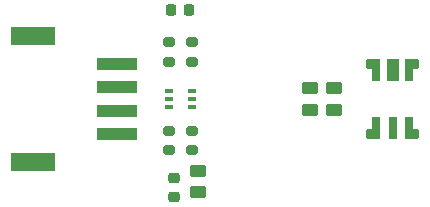
<source format=gbr>
%TF.GenerationSoftware,KiCad,Pcbnew,9.0.2*%
%TF.CreationDate,2025-07-10T11:39:35+02:00*%
%TF.ProjectId,iagabel,69616761-6265-46c2-9e6b-696361645f70,rev?*%
%TF.SameCoordinates,Original*%
%TF.FileFunction,Paste,Top*%
%TF.FilePolarity,Positive*%
%FSLAX46Y46*%
G04 Gerber Fmt 4.6, Leading zero omitted, Abs format (unit mm)*
G04 Created by KiCad (PCBNEW 9.0.2) date 2025-07-10 11:39:35*
%MOMM*%
%LPD*%
G01*
G04 APERTURE LIST*
G04 Aperture macros list*
%AMRoundRect*
0 Rectangle with rounded corners*
0 $1 Rounding radius*
0 $2 $3 $4 $5 $6 $7 $8 $9 X,Y pos of 4 corners*
0 Add a 4 corners polygon primitive as box body*
4,1,4,$2,$3,$4,$5,$6,$7,$8,$9,$2,$3,0*
0 Add four circle primitives for the rounded corners*
1,1,$1+$1,$2,$3*
1,1,$1+$1,$4,$5*
1,1,$1+$1,$6,$7*
1,1,$1+$1,$8,$9*
0 Add four rect primitives between the rounded corners*
20,1,$1+$1,$2,$3,$4,$5,0*
20,1,$1+$1,$4,$5,$6,$7,0*
20,1,$1+$1,$6,$7,$8,$9,0*
20,1,$1+$1,$8,$9,$2,$3,0*%
G04 Aperture macros list end*
%ADD10RoundRect,0.200000X-0.275000X0.200000X-0.275000X-0.200000X0.275000X-0.200000X0.275000X0.200000X0*%
%ADD11RoundRect,0.250000X0.450000X-0.262500X0.450000X0.262500X-0.450000X0.262500X-0.450000X-0.262500X0*%
%ADD12RoundRect,0.250000X-0.450000X0.262500X-0.450000X-0.262500X0.450000X-0.262500X0.450000X0.262500X0*%
%ADD13RoundRect,0.100000X0.225000X0.100000X-0.225000X0.100000X-0.225000X-0.100000X0.225000X-0.100000X0*%
%ADD14RoundRect,0.218750X-0.256250X0.218750X-0.256250X-0.218750X0.256250X-0.218750X0.256250X0.218750X0*%
%ADD15RoundRect,0.200000X0.275000X-0.200000X0.275000X0.200000X-0.275000X0.200000X-0.275000X-0.200000X0*%
%ADD16RoundRect,0.225000X-0.225000X-0.250000X0.225000X-0.250000X0.225000X0.250000X-0.225000X0.250000X0*%
%ADD17RoundRect,0.135000X-0.465000X-0.315000X0.465000X-0.315000X0.465000X0.315000X-0.465000X0.315000X0*%
%ADD18R,0.700000X1.900000*%
%ADD19R,1.000000X1.900000*%
%ADD20R,3.500000X1.000000*%
%ADD21R,3.800000X1.500000*%
G04 APERTURE END LIST*
D10*
%TO.C,R7*%
X17000000Y-14325000D03*
X17000000Y-12675000D03*
%TD*%
D11*
%TO.C,R2*%
X27000000Y-10912500D03*
X27000000Y-9087500D03*
%TD*%
D12*
%TO.C,R5*%
X17500000Y-16087500D03*
X17500000Y-17912500D03*
%TD*%
D13*
%TO.C,U1*%
X16950000Y-10650000D03*
X16950000Y-10000000D03*
X16950000Y-9350000D03*
X15050000Y-9350000D03*
X15050000Y-10000000D03*
X15050000Y-10650000D03*
%TD*%
D10*
%TO.C,R6*%
X15000000Y-12675000D03*
X15000000Y-14325000D03*
%TD*%
D14*
%TO.C,D1*%
X15500000Y-16712500D03*
X15500000Y-18287500D03*
%TD*%
D15*
%TO.C,R3*%
X17000000Y-6825000D03*
X17000000Y-5175000D03*
%TD*%
D16*
%TO.C,C1*%
X15225000Y-2500000D03*
X16775000Y-2500000D03*
%TD*%
D11*
%TO.C,R1*%
X29000000Y-10912500D03*
X29000000Y-9087500D03*
%TD*%
D17*
%TO.C,K1*%
X32350000Y-12950000D03*
D18*
X32600000Y-12450000D03*
X34000000Y-12450000D03*
X35400000Y-12450000D03*
D17*
X35650000Y-12950000D03*
D18*
X35400000Y-7550000D03*
D17*
X35650000Y-7050000D03*
D19*
X34000000Y-7550000D03*
D17*
X32350000Y-7050000D03*
D18*
X32600000Y-7550000D03*
%TD*%
D20*
%TO.C,J1*%
X10650000Y-13000000D03*
X10650000Y-11000000D03*
X10650000Y-9000000D03*
X10650000Y-7000000D03*
D21*
X3500000Y-4650000D03*
X3500000Y-15350000D03*
%TD*%
D15*
%TO.C,R4*%
X15000000Y-6825000D03*
X15000000Y-5175000D03*
%TD*%
M02*

</source>
